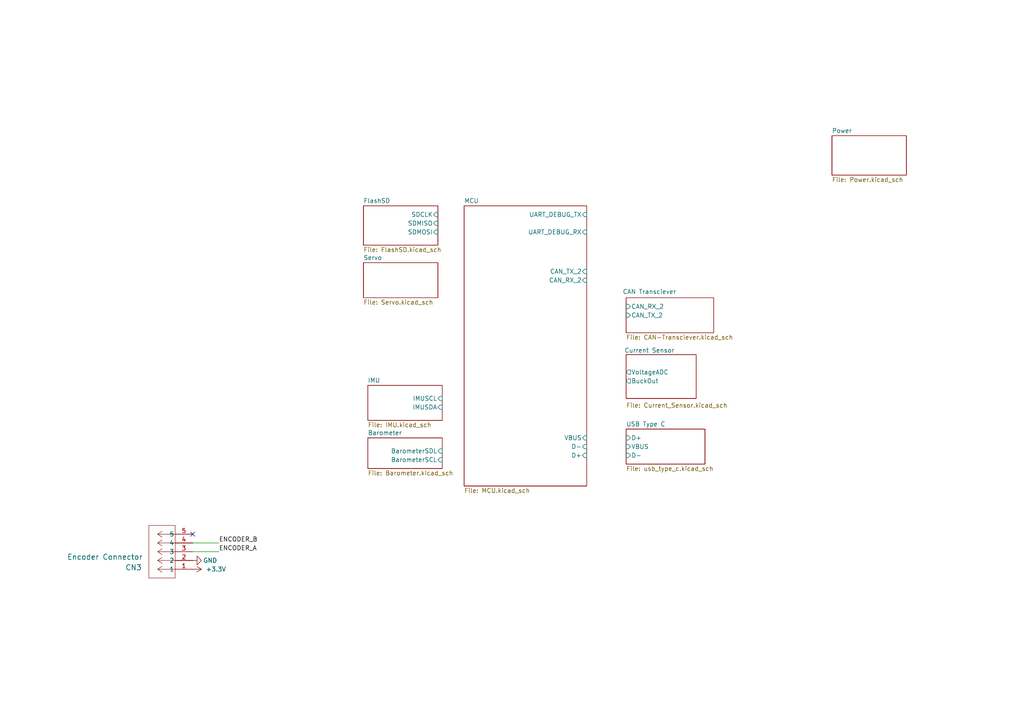
<source format=kicad_sch>
(kicad_sch (version 20250114) (generator "eeschema") (generator_version "9.0")
  (paper "A4")
  (lib_symbols
    (symbol "S05B_PASK_2_LF_SN:S05B-PASK-2LFSN" (pin_names (offset 0.254))
      (property "Reference" "J" (at 8.89 6.35 0))
      (property "Value" "S05B-PASK-2LFSN" (at 0 0 0))
      (symbol "S05B-PASK-2LFSN_1_1"
        (polyline (pts (xy 5.08 2.54) (xy 5.08 -12.7)) (stroke (width 0.127)))
        (polyline (pts (xy 5.08 -12.7) (xy 12.7 -12.7)) (stroke (width 0.127)))
        (polyline (pts (xy 10.16 0) (xy 5.08 0)) (stroke (width 0.127)))
        (polyline (pts (xy 10.16 0) (xy 8.89 0.8467)) (stroke (width 0.127)))
        (polyline (pts (xy 10.16 0) (xy 8.89 -0.8467)) (stroke (width 0.127)))
        (polyline (pts (xy 10.16 -2.54) (xy 5.08 -2.54)) (stroke (width 0.127)))
        (polyline (pts (xy 10.16 -2.54) (xy 8.89 -1.6933)) (stroke (width 0.127)))
        (polyline (pts (xy 10.16 -2.54) (xy 8.89 -3.3867)) (stroke (width 0.127)))
        (polyline (pts (xy 10.16 -5.08) (xy 5.08 -5.08)) (stroke (width 0.127)))
        (polyline (pts (xy 10.16 -5.08) (xy 8.89 -4.2333)) (stroke (width 0.127)))
        (polyline (pts (xy 10.16 -5.08) (xy 8.89 -5.9267)) (stroke (width 0.127)))
        (polyline (pts (xy 10.16 -7.62) (xy 5.08 -7.62)) (stroke (width 0.127)))
        (polyline (pts (xy 10.16 -7.62) (xy 8.89 -6.7733)) (stroke (width 0.127)))
        (polyline (pts (xy 10.16 -7.62) (xy 8.89 -8.4667)) (stroke (width 0.127)))
        (polyline (pts (xy 10.16 -10.16) (xy 5.08 -10.16)) (stroke (width 0.127)))
        (polyline (pts (xy 10.16 -10.16) (xy 8.89 -9.3133)) (stroke (width 0.127)))
        (polyline (pts (xy 10.16 -10.16) (xy 8.89 -11.0067)) (stroke (width 0.127)))
        (polyline (pts (xy 12.7 2.54) (xy 5.08 2.54)) (stroke (width 0.127)))
        (polyline (pts (xy 12.7 -12.7) (xy 12.7 2.54)) (stroke (width 0.127)))
        (pin unspecified line (at 0 0 0) (length 5.08) (name "1") (number "1"))
        (pin unspecified line (at 0 -2.54 0) (length 5.08) (name "2") (number "2"))
        (pin unspecified line (at 0 -5.08 0) (length 5.08) (name "3") (number "3"))
        (pin unspecified line (at 0 -7.62 0) (length 5.08) (name "4") (number "4"))
        (pin unspecified line (at 0 -10.16 0) (length 5.08) (name "5") (number "5"))
      )
      (symbol "S05B-PASK-2LFSN_1_2"
        (polyline (pts (xy 5.08 2.54) (xy 5.08 -12.7)) (stroke (width 0.127)))
        (polyline (pts (xy 5.08 -12.7) (xy 12.7 -12.7)) (stroke (width 0.127)))
        (polyline (pts (xy 7.62 0) (xy 5.08 0)) (stroke (width 0.127)))
        (polyline (pts (xy 7.62 0) (xy 8.89 0.8467)) (stroke (width 0.127)))
        (polyline (pts (xy 7.62 0) (xy 8.89 -0.8467)) (stroke (width 0.127)))
        (polyline (pts (xy 7.62 -2.54) (xy 5.08 -2.54)) (stroke (width 0.127)))
        (polyline (pts (xy 7.62 -2.54) (xy 8.89 -1.6933)) (stroke (width 0.127)))
        (polyline (pts (xy 7.62 -2.54) (xy 8.89 -3.3867)) (stroke (width 0.127)))
        (polyline (pts (xy 7.62 -5.08) (xy 5.08 -5.08)) (stroke (width 0.127)))
        (polyline (pts (xy 7.62 -5.08) (xy 8.89 -4.2333)) (stroke (width 0.127)))
        (polyline (pts (xy 7.62 -5.08) (xy 8.89 -5.9267)) (stroke (width 0.127)))
        (polyline (pts (xy 7.62 -7.62) (xy 5.08 -7.62)) (stroke (width 0.127)))
        (polyline (pts (xy 7.62 -7.62) (xy 8.89 -6.7733)) (stroke (width 0.127)))
        (polyline (pts (xy 7.62 -7.62) (xy 8.89 -8.4667)) (stroke (width 0.127)))
        (polyline (pts (xy 7.62 -10.16) (xy 5.08 -10.16)) (stroke (width 0.127)))
        (polyline (pts (xy 7.62 -10.16) (xy 8.89 -9.3133)) (stroke (width 0.127)))
        (polyline (pts (xy 7.62 -10.16) (xy 8.89 -11.0067)) (stroke (width 0.127)))
        (polyline (pts (xy 12.7 2.54) (xy 5.08 2.54)) (stroke (width 0.127)))
        (polyline (pts (xy 12.7 -12.7) (xy 12.7 2.54)) (stroke (width 0.127)))
        (pin unspecified line (at 0 0 0) (length 5.08) (name "1") (number "1"))
        (pin unspecified line (at 0 -2.54 0) (length 5.08) (name "2") (number "2"))
        (pin unspecified line (at 0 -5.08 0) (length 5.08) (name "3") (number "3"))
        (pin unspecified line (at 0 -7.62 0) (length 5.08) (name "4") (number "4"))
        (pin unspecified line (at 0 -10.16 0) (length 5.08) (name "5") (number "5"))
      )
    )
    (symbol "power:+3.3V" (power) (pin_numbers (hide yes)) (pin_names (offset 0) (hide yes))
      (property "Value" "+3.3V" (at 0 3.556 0))
      (symbol "+3.3V_0_1"
        (polyline (pts (xy -0.762 1.27) (xy 0 2.54)))
        (polyline (pts (xy 0 2.54) (xy 0.762 1.27)))
        (polyline (pts (xy 0 0) (xy 0 2.54)))
      )
      (symbol "+3.3V_1_1"
        (pin power_in line (at 0 0 90) (length 0) (name "~") (number "1"))
      )
    )
    (symbol "power:GND" (power) (pin_numbers (hide yes)) (pin_names (offset 0) (hide yes))
      (property "Value" "GND" (at 0 -3.81 0))
      (symbol "GND_0_1"
        (polyline (pts (xy 0 0) (xy 0 -1.27) (xy 1.27 -1.27) (xy 0 -2.54) (xy -1.27 -1.27) (xy 0 -1.27)))
      )
      (symbol "GND_1_1"
        (pin power_in line (at 0 0 270) (length 0) (name "~") (number "1"))
      )
    )
  )
  (no_connect (at 55.88 154.94))
  (wire (pts (xy 63.5 160.02) (xy 55.88 160.02)))
  (wire (pts (xy 63.5 157.48) (xy 55.88 157.48)))
  (label "ENCODER_B" (at 63.5 157.48 0))
  (label "ENCODER_A" (at 63.5 160.02 0))
  (symbol (lib_id "S05B_PASK_2_LF_SN:S05B-PASK-2LFSN") (at 55.88 165.1 180) (unit 1)
    (property "Reference" "CN3" (at 41.148 164.592 0) (effects (font (size 1.524 1.524)) (justify left)))
    (property "Value" "Encoder Connector" (at 41.402 161.544 0) (effects (font (size 1.524 1.524)) (justify left)))
    (property "Footprint" "custom footprints:CONN-TH_S05B-PASK-2-LF-SN" (effects (hide yes)))
    (property "Datasheet" "S05B-PASK-2LFSN" (effects (hide yes)))
    (property "LCSC Part" "C489718" (effects (hide yes)))
  )
  (symbol (lib_id "power:+3.3V") (at 55.88 165.1 270) (unit 1)
    (property "Reference" "#PWR018" (effects (hide yes)))
    (property "Value" "+3.3V" (at 59.69 165.1001 90) (effects (justify left)))
    (property "Description" "Power symbol creates a global label with name \"+3.3V\"" (effects (hide yes)))
  )
  (symbol (lib_id "power:GND") (at 55.88 162.56 90) (unit 1)
    (property "Reference" "#PWR04" (effects (hide yes)))
    (property "Value" "GND" (at 60.96 162.56 90))
    (property "Description" "Power symbol creates a global label with name \"GND\" , ground" (effects (hide yes)))
  )
  (sheet (at 181.61 102.87) (size 20.32 12.7) (stroke (width 0.1524))
    (property "Sheetname" "Current Sensor" (at 181.102 102.362 0) (effects (justify left bottom)))
    (property "Sheetfile" "Current_Sensor.kicad_sch" (at 181.61 116.84 0) (effects (justify left top)))
    (pin "VoltageADC" output (at 181.61 107.95 180))
    (pin "BuckOut" output (at 181.61 110.49 180))
  )
  (sheet (at 106.68 111.76) (size 21.59 10.16) (stroke (width 0.1524))
    (property "Sheetname" "IMU" (at 106.68 111.0484 0) (effects (justify left bottom)))
    (property "Sheetfile" "IMU.kicad_sch" (at 106.68 122.5046 0) (effects (justify left top)))
    (pin "IMUSCL" input (at 128.27 115.57 0))
    (pin "IMUSDA" input (at 128.27 118.11 0))
  )
  (sheet (at 181.61 86.36) (size 25.4 10.16) (stroke (width 0.1524))
    (property "Sheetname" "CAN Transciever" (at 180.594 85.344 0) (effects (justify left bottom)))
    (property "Sheetfile" "CAN-Transciever.kicad_sch" (at 181.61 97.1046 0) (effects (justify left top)))
    (pin "CAN_RX_2" input (at 181.61 88.9 180))
    (pin "CAN_TX_2" input (at 181.61 91.44 180))
  )
  (sheet (at 105.41 59.69) (size 21.59 11.43) (stroke (width 0.1524))
    (property "Sheetname" "FlashSD" (at 105.41 58.9784 0) (effects (justify left bottom)))
    (property "Sheetfile" "FlashSD.kicad_sch" (at 105.41 71.7046 0) (effects (justify left top)))
    (pin "SDCLK" input (at 127 62.23 0))
    (pin "SDMISO" input (at 127 64.77 0))
    (pin "SDMOSI" input (at 127 67.31 0))
  )
  (sheet (at 105.41 76.2) (size 21.59 10.16) (stroke (width 0.1524))
    (property "Sheetname" "Servo" (at 105.41 75.4884 0) (effects (justify left bottom)))
    (property "Sheetfile" "Servo.kicad_sch" (at 105.41 86.9446 0) (effects (justify left top)))
  )
  (sheet (at 106.68 127) (size 21.59 8.89) (stroke (width 0.1524))
    (property "Sheetname" "Barometer" (at 106.68 126.2884 0) (effects (justify left bottom)))
    (property "Sheetfile" "Barometer.kicad_sch" (at 106.68 136.4746 0) (effects (justify left top)))
    (pin "BarometerSDL" input (at 128.27 130.81 0))
    (pin "BarometerSCL" input (at 128.27 133.35 0))
  )
  (sheet (at 134.62 59.69) (size 35.56 81.28) (stroke (width 0.1524))
    (property "Sheetname" "MCU" (at 134.62 58.9784 0) (effects (justify left bottom)))
    (property "Sheetfile" "MCU.kicad_sch" (at 134.62 141.5546 0) (effects (justify left top)))
    (pin "UART_DEBUG_TX" input (at 170.18 62.23 0))
    (pin "CAN_TX_2" input (at 170.18 78.74 0))
    (pin "UART_DEBUG_RX" input (at 170.18 67.31 0))
    (pin "CAN_RX_2" input (at 170.18 81.28 0))
    (pin "VBUS" input (at 170.18 127 0))
    (pin "D-" input (at 170.18 129.54 0))
    (pin "D+" input (at 170.18 132.08 0))
  )
  (sheet (at 181.61 124.46) (size 22.86 10.16) (stroke (width 0.1524))
    (property "Sheetname" "USB Type C" (at 181.61 123.7484 0) (effects (justify left bottom)))
    (property "Sheetfile" "usb_type_c.kicad_sch" (at 181.61 135.2046 0) (effects (justify left top)))
    (pin "D-" input (at 181.61 132.08 180))
    (pin "VBUS" input (at 181.61 129.54 180))
    (pin "D+" input (at 181.61 127 180))
  )
  (sheet (at 241.3 39.37) (size 21.59 11.43) (stroke (width 0.1524))
    (property "Sheetname" "Power" (at 241.3 38.6584 0) (effects (justify left bottom)))
    (property "Sheetfile" "Power.kicad_sch" (at 241.3 51.3846 0) (effects (justify left top)))
  )
)
</source>
